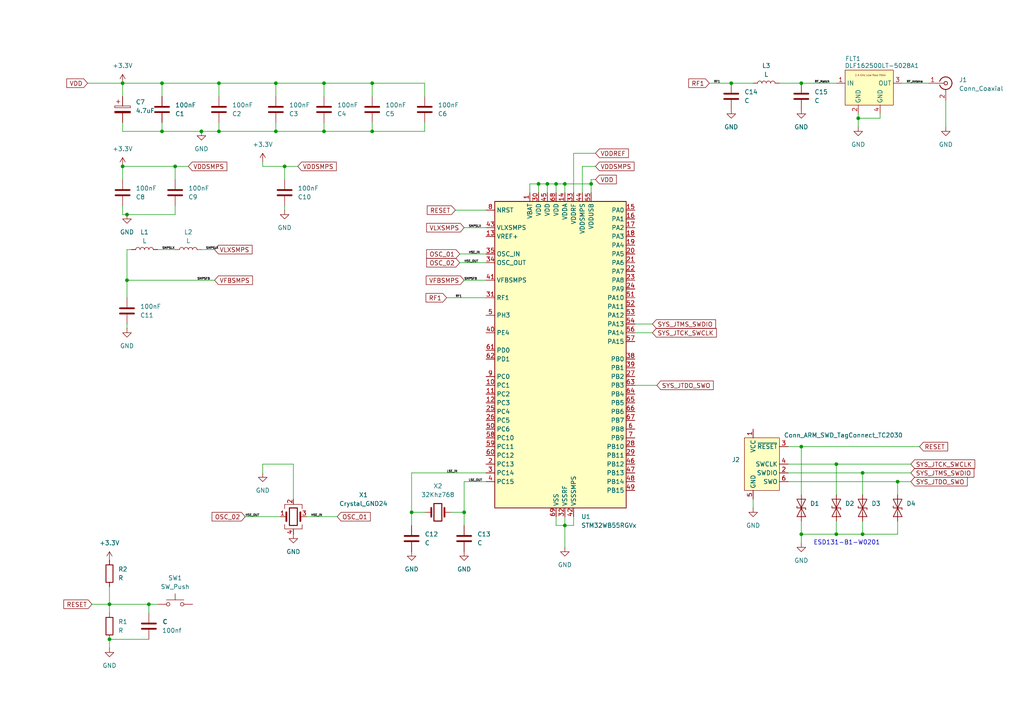
<source format=kicad_sch>
(kicad_sch (version 20231120) (generator "eeschema") (generator_version "8.0")
  (paper "A4")
  (title_block (title "myBLE") (date "2024-04-29") (company "Electronics Advices"))
  (lib_symbols
    (symbol "Connector:Conn_ARM_SWD_TagConnect_TC2030" (in_bom no)
      (property "Reference" "J" (at 2.54 11.43 0))
      (property "Value" "Conn_ARM_SWD_TagConnect_TC2030" (at 5.08 8.89 0))
      (symbol "Conn_ARM_SWD_TagConnect_TC2030_0_0"
        (pin power_in line (at -2.54 10.16 270) (length 2.54) (name "VCC") (number "1"))
        (pin bidirectional line (at 7.62 -2.54 180) (length 2.54) (name "SWDIO") (number "2"))
        (pin open_collector line (at 7.62 5.08 180) (length 2.54) (name "~{RESET}") (number "3"))
        (pin output line (at 7.62 0 180) (length 2.54) (name "SWCLK") (number "4"))
        (pin power_in line (at -2.54 -10.16 90) (length 2.54) (name "GND") (number "5"))
        (pin input line (at 7.62 -5.08 180) (length 2.54) (name "SWO") (number "6"))
      )
      (symbol "Conn_ARM_SWD_TagConnect_TC2030_0_1"
        (rectangle (start -5.08 7.62) (end 5.08 -7.62) (fill (type background)))
      )
    )
    (symbol "Connector:Conn_Coaxial" (pin_names (offset 1.016) hide)
      (property "Reference" "J" (at 0.254 3.048 0))
      (property "Value" "Conn_Coaxial" (at 2.921 0 90))
      (symbol "Conn_Coaxial_0_1"
        (arc (start -1.778 -0.508) (mid 0.2311 -1.8066) (end 1.778 0) (stroke (width 0.254)))
        (polyline (pts (xy -2.54 0) (xy -0.508 0)))
        (polyline (pts (xy 0 -2.54) (xy 0 -1.778)))
        (circle (center 0 0) (radius 0.508) (stroke (width 0.2032)))
        (arc (start 1.778 0) (mid 0.2099 1.8101) (end -1.778 0.508) (stroke (width 0.254)))
      )
      (symbol "Conn_Coaxial_1_1"
        (pin passive line (at -5.08 0 0) (length 2.54) (name "In") (number "1"))
        (pin passive line (at 0 -5.08 90) (length 2.54) (name "Ext") (number "2"))
      )
    )
    (symbol "Device:C" (pin_numbers hide) (pin_names (offset 0.254))
      (property "Reference" "C" (at 0.635 2.54 0))
      (property "Value" "C" (at 0.635 -2.54 0))
      (symbol "C_0_1"
        (polyline (pts (xy -2.032 -0.762) (xy 2.032 -0.762)) (stroke (width 0.508)))
        (polyline (pts (xy -2.032 0.762) (xy 2.032 0.762)) (stroke (width 0.508)))
      )
      (symbol "C_1_1"
        (pin passive line (at 0 3.81 270) (length 2.794) (name "~") (number "1"))
        (pin passive line (at 0 -3.81 90) (length 2.794) (name "~") (number "2"))
      )
    )
    (symbol "Device:C_Polarized" (pin_numbers hide) (pin_names (offset 0.254))
      (property "Reference" "C" (at 0.635 2.54 0))
      (property "Value" "C_Polarized" (at 0.635 -2.54 0))
      (symbol "C_Polarized_0_1"
        (rectangle (start -2.286 0.508) (end 2.286 1.016))
        (polyline (pts (xy -1.778 2.286) (xy -0.762 2.286)))
        (polyline (pts (xy -1.27 2.794) (xy -1.27 1.778)))
        (rectangle (start 2.286 -0.508) (end -2.286 -1.016) (fill (type outline)))
      )
      (symbol "C_Polarized_1_1"
        (pin passive line (at 0 3.81 270) (length 2.794) (name "~") (number "1"))
        (pin passive line (at 0 -3.81 90) (length 2.794) (name "~") (number "2"))
      )
    )
    (symbol "Device:Crystal" (pin_numbers hide) (pin_names (offset 1.016) hide)
      (property "Reference" "Y" (at 0 3.81 0))
      (property "Value" "Crystal" (at 0 -3.81 0))
      (symbol "Crystal_0_1"
        (rectangle (start -1.143 2.54) (end 1.143 -2.54) (stroke (width 0.3048)))
        (polyline (pts (xy -2.54 0) (xy -1.905 0)))
        (polyline (pts (xy -1.905 -1.27) (xy -1.905 1.27)) (stroke (width 0.508)))
        (polyline (pts (xy 1.905 -1.27) (xy 1.905 1.27)) (stroke (width 0.508)))
        (polyline (pts (xy 2.54 0) (xy 1.905 0)))
      )
      (symbol "Crystal_1_1"
        (pin passive line (at -3.81 0 0) (length 1.27) (name "1") (number "1"))
        (pin passive line (at 3.81 0 180) (length 1.27) (name "2") (number "2"))
      )
    )
    (symbol "Device:Crystal_GND24" (pin_names (offset 1.016) hide)
      (property "Reference" "Y" (at 3.175 5.08 0))
      (property "Value" "Crystal_GND24" (at 3.175 3.175 0))
      (symbol "Crystal_GND24_0_1"
        (rectangle (start -1.143 2.54) (end 1.143 -2.54) (stroke (width 0.3048)))
        (polyline (pts (xy -2.54 0) (xy -2.032 0)))
        (polyline (pts (xy -2.032 -1.27) (xy -2.032 1.27)) (stroke (width 0.508)))
        (polyline (pts (xy 0 -3.81) (xy 0 -3.556)))
        (polyline (pts (xy 0 3.556) (xy 0 3.81)))
        (polyline (pts (xy 2.032 -1.27) (xy 2.032 1.27)) (stroke (width 0.508)))
        (polyline (pts (xy 2.032 0) (xy 2.54 0)))
        (polyline (pts (xy -2.54 -2.286) (xy -2.54 -3.556) (xy 2.54 -3.556) (xy 2.54 -2.286)))
        (polyline (pts (xy -2.54 2.286) (xy -2.54 3.556) (xy 2.54 3.556) (xy 2.54 2.286)))
      )
      (symbol "Crystal_GND24_1_1"
        (pin passive line (at -3.81 0 0) (length 1.27) (name "1") (number "1"))
        (pin passive line (at 0 5.08 270) (length 1.27) (name "2") (number "2"))
        (pin passive line (at 3.81 0 180) (length 1.27) (name "3") (number "3"))
        (pin passive line (at 0 -5.08 90) (length 1.27) (name "4") (number "4"))
      )
    )
    (symbol "Device:L" (pin_numbers hide) (pin_names (offset 1.016) hide)
      (property "Reference" "L" (at -1.27 0 90))
      (property "Value" "L" (at 1.905 0 90))
      (symbol "L_0_1"
        (arc (start 0 -2.54) (mid 0.6323 -1.905) (end 0 -1.27))
        (arc (start 0 -1.27) (mid 0.6323 -0.635) (end 0 0))
        (arc (start 0 0) (mid 0.6323 0.635) (end 0 1.27))
        (arc (start 0 1.27) (mid 0.6323 1.905) (end 0 2.54))
      )
      (symbol "L_1_1"
        (pin passive line (at 0 3.81 270) (length 1.27) (name "1") (number "1"))
        (pin passive line (at 0 -3.81 90) (length 1.27) (name "2") (number "2"))
      )
    )
    (symbol "Device:R" (pin_numbers hide) (pin_names (offset 0))
      (property "Reference" "R" (at 2.032 0 90))
      (property "Value" "R" (at 0 0 90))
      (symbol "R_0_1"
        (rectangle (start -1.016 -2.54) (end 1.016 2.54) (stroke (width 0.254)))
      )
      (symbol "R_1_1"
        (pin passive line (at 0 3.81 270) (length 1.27) (name "~") (number "1"))
        (pin passive line (at 0 -3.81 90) (length 1.27) (name "~") (number "2"))
      )
    )
    (symbol "Diode:ESD131-B1-W0201" (pin_numbers hide) (pin_names (offset 1.016) hide)
      (property "Reference" "D" (at 0 2.54 0))
      (property "Value" "ESD131-B1-W0201" (at 0 -2.54 0))
      (symbol "ESD131-B1-W0201_0_1"
        (polyline (pts (xy 1.27 0) (xy -1.27 0)))
        (polyline (pts (xy -2.54 -1.27) (xy 0 0) (xy -2.54 1.27) (xy -2.54 -1.27)) (stroke (width 0.2032)))
        (polyline (pts (xy 0.508 1.27) (xy 0 1.27) (xy 0 -1.27) (xy -0.508 -1.27)) (stroke (width 0.2032)))
        (polyline (pts (xy 2.54 1.27) (xy 2.54 -1.27) (xy 0 0) (xy 2.54 1.27)) (stroke (width 0.2032)))
      )
      (symbol "ESD131-B1-W0201_1_1"
        (pin passive line (at -3.81 0 0) (length 2.54) (name "A1") (number "1"))
        (pin passive line (at 3.81 0 180) (length 2.54) (name "A2") (number "2"))
      )
    )
    (symbol "MCU_ST_STM32WB:STM32WB55RGVx"
      (property "Reference" "U" (at -17.78 46.99 0))
      (property "Value" "STM32WB55RGVx" (at 12.7 46.99 0))
      (symbol "STM32WB55RGVx_0_1"
        (rectangle (start -17.78 -43.18) (end 20.32 45.72) (stroke (width 0.254)) (fill (type background)))
      )
      (symbol "STM32WB55RGVx_1_1"
        (pin power_in line (at -7.62 48.26 270) (length 2.54) (name "VBAT") (number "1"))
        (pin bidirectional line (at -20.32 -7.62 0) (length 2.54) (name "PC1") (number "10"))
        (pin bidirectional line (at -20.32 -10.16 0) (length 2.54) (name "PC2") (number "11"))
        (pin bidirectional line (at -20.32 -12.7 0) (length 2.54) (name "PC3") (number "12"))
        (pin input line (at -20.32 35.56 0) (length 2.54) (name "VREF+") (number "13"))
        (pin power_in line (at 2.54 48.26 270) (length 2.54) (name "VDDA") (number "14"))
        (pin bidirectional line (at 22.86 43.18 180) (length 2.54) (name "PA0") (number "15"))
        (pin bidirectional line (at 22.86 40.64 180) (length 2.54) (name "PA1") (number "16"))
        (pin bidirectional line (at 22.86 38.1 180) (length 2.54) (name "PA2") (number "17"))
        (pin bidirectional line (at 22.86 35.56 180) (length 2.54) (name "PA3") (number "18"))
        (pin bidirectional line (at 22.86 33.02 180) (length 2.54) (name "PA4") (number "19"))
        (pin bidirectional line (at -20.32 -30.48 0) (length 2.54) (name "PC13") (number "2"))
        (pin bidirectional line (at 22.86 30.48 180) (length 2.54) (name "PA5") (number "20"))
        (pin bidirectional line (at 22.86 27.94 180) (length 2.54) (name "PA6") (number "21"))
        (pin bidirectional line (at 22.86 25.4 180) (length 2.54) (name "PA7") (number "22"))
        (pin bidirectional line (at 22.86 22.86 180) (length 2.54) (name "PA8") (number "23"))
        (pin bidirectional line (at 22.86 20.32 180) (length 2.54) (name "PA9") (number "24"))
        (pin bidirectional line (at -20.32 -15.24 0) (length 2.54) (name "PC4") (number "25"))
        (pin bidirectional line (at -20.32 -17.78 0) (length 2.54) (name "PC5") (number "26"))
        (pin bidirectional line (at 22.86 -5.08 180) (length 2.54) (name "PB2") (number "27"))
        (pin bidirectional line (at 22.86 -25.4 180) (length 2.54) (name "PB10") (number "28"))
        (pin bidirectional line (at 22.86 -27.94 180) (length 2.54) (name "PB11") (number "29"))
        (pin bidirectional line (at -20.32 -33.02 0) (length 2.54) (name "PC14") (number "3"))
        (pin power_in line (at -5.08 48.26 270) (length 2.54) (name "VDD") (number "30"))
        (pin bidirectional line (at -20.32 17.78 0) (length 2.54) (name "RF1") (number "31"))
        (pin power_in line (at 2.54 -45.72 90) (length 2.54) (name "VSSRF") (number "32"))
        (pin power_in line (at 5.08 48.26 270) (length 2.54) (name "VDDRF") (number "33"))
        (pin input line (at -20.32 27.94 0) (length 2.54) (name "OSC_OUT") (number "34"))
        (pin input line (at -20.32 30.48 0) (length 2.54) (name "OSC_IN") (number "35"))
        (pin no_connect line (at -17.78 -43.18 0) (length 2.54) hide (name "AT0") (number "36"))
        (pin no_connect line (at -17.78 -40.64 0) (length 2.54) hide (name "AT1") (number "37"))
        (pin bidirectional line (at 22.86 0 180) (length 2.54) (name "PB0") (number "38"))
        (pin bidirectional line (at 22.86 -2.54 180) (length 2.54) (name "PB1") (number "39"))
        (pin bidirectional line (at -20.32 -35.56 0) (length 2.54) (name "PC15") (number "4"))
        (pin bidirectional line (at -20.32 7.62 0) (length 2.54) (name "PE4") (number "40"))
        (pin input line (at -20.32 22.86 0) (length 2.54) (name "VFBSMPS") (number "41"))
        (pin power_in line (at 5.08 -45.72 90) (length 2.54) (name "VSSSMPS") (number "42"))
        (pin power_in line (at -20.32 38.1 0) (length 2.54) (name "VLXSMPS") (number "43"))
        (pin power_in line (at 7.62 48.26 270) (length 2.54) (name "VDDSMPS") (number "44"))
        (pin power_in line (at -2.54 48.26 270) (length 2.54) (name "VDD") (number "45"))
        (pin bidirectional line (at 22.86 -30.48 180) (length 2.54) (name "PB12") (number "46"))
        (pin bidirectional line (at 22.86 -33.02 180) (length 2.54) (name "PB13") (number "47"))
        (pin bidirectional line (at 22.86 -35.56 180) (length 2.54) (name "PB14") (number "48"))
        (pin bidirectional line (at 22.86 -38.1 180) (length 2.54) (name "PB15") (number "49"))
        (pin bidirectional line (at -20.32 12.7 0) (length 2.54) (name "PH3") (number "5"))
        (pin bidirectional line (at -20.32 -20.32 0) (length 2.54) (name "PC6") (number "50"))
        (pin bidirectional line (at 22.86 17.78 180) (length 2.54) (name "PA10") (number "51"))
        (pin bidirectional line (at 22.86 15.24 180) (length 2.54) (name "PA11") (number "52"))
        (pin bidirectional line (at 22.86 12.7 180) (length 2.54) (name "PA12") (number "53"))
        (pin bidirectional line (at 22.86 10.16 180) (length 2.54) (name "PA13") (number "54"))
        (pin power_in line (at 10.16 48.26 270) (length 2.54) (name "VDDUSB") (number "55"))
        (pin bidirectional line (at 22.86 7.62 180) (length 2.54) (name "PA14") (number "56"))
        (pin bidirectional line (at 22.86 5.08 180) (length 2.54) (name "PA15") (number "57"))
        (pin bidirectional line (at -20.32 -22.86 0) (length 2.54) (name "PC10") (number "58"))
        (pin bidirectional line (at -20.32 -25.4 0) (length 2.54) (name "PC11") (number "59"))
        (pin bidirectional line (at 22.86 -20.32 180) (length 2.54) (name "PB8") (number "6"))
        (pin bidirectional line (at -20.32 -27.94 0) (length 2.54) (name "PC12") (number "60"))
        (pin bidirectional line (at -20.32 2.54 0) (length 2.54) (name "PD0") (number "61"))
        (pin bidirectional line (at -20.32 0 0) (length 2.54) (name "PD1") (number "62"))
        (pin bidirectional line (at 22.86 -7.62 180) (length 2.54) (name "PB3") (number "63"))
        (pin bidirectional line (at 22.86 -10.16 180) (length 2.54) (name "PB4") (number "64"))
        (pin bidirectional line (at 22.86 -12.7 180) (length 2.54) (name "PB5") (number "65"))
        (pin bidirectional line (at 22.86 -15.24 180) (length 2.54) (name "PB6") (number "66"))
        (pin bidirectional line (at 22.86 -17.78 180) (length 2.54) (name "PB7") (number "67"))
        (pin power_in line (at 0 48.26 270) (length 2.54) (name "VDD") (number "68"))
        (pin power_in line (at 0 -45.72 90) (length 2.54) (name "VSS") (number "69"))
        (pin bidirectional line (at 22.86 -22.86 180) (length 2.54) (name "PB9") (number "7"))
        (pin input line (at -20.32 43.18 0) (length 2.54) (name "NRST") (number "8"))
        (pin bidirectional line (at -20.32 -5.08 0) (length 2.54) (name "PC0") (number "9"))
      )
    )
    (symbol "Switch:SW_Push" (pin_numbers hide) (pin_names (offset 1.016) hide)
      (property "Reference" "SW" (at 1.27 2.54 0))
      (property "Value" "SW_Push" (at 0 -1.524 0))
      (symbol "SW_Push_0_1"
        (circle (center -2.032 0) (radius 0.508))
        (polyline (pts (xy 0 1.27) (xy 0 3.048)))
        (polyline (pts (xy 2.54 1.27) (xy -2.54 1.27)))
        (circle (center 2.032 0) (radius 0.508))
        (pin passive line (at -5.08 0 0) (length 2.54) (name "1") (number "1"))
        (pin passive line (at 5.08 0 180) (length 2.54) (name "2") (number "2"))
      )
    )
    (symbol "mylib:DLF162500LT-5028A1"
      (property "Reference" "FLT" (at -15.24 16.51 0))
      (property "Value" "DLF162500LT-5028A1" (at 6.604 3.048 0))
      (symbol "DLF162500LT-5028A1_0_1"
        (rectangle (start -16.51 15.24) (end -2.54 5.08) (fill (type background)))
      )
      (symbol "DLF162500LT-5028A1_1_0"
        (pin passive line (at -19.05 11.43 0) (length 2.54) (name "IN") (number "1"))
        (pin passive line (at -12.7 2.54 90) (length 2.54) (name "GND") (number "2"))
        (pin passive line (at 0 11.43 180) (length 2.54) (name "OUT") (number "3"))
        (pin passive line (at -6.35 2.54 90) (length 2.54) (name "GND") (number "4"))
      )
      (symbol "DLF162500LT-5028A1_1_1"
        (text "2.4 Ghz Low Pass Filter" (at -9.144 13.716 0) (effects (font (size 0.5588 0.5588))))
      )
    )
    (symbol "power:+3.3V" (power) (pin_numbers hide) (pin_names (offset 0) hide)
      (property "Value" "+3.3V" (at 0 3.556 0))
      (symbol "+3.3V_0_1"
        (polyline (pts (xy -0.762 1.27) (xy 0 2.54)))
        (polyline (pts (xy 0 0) (xy 0 2.54)))
        (polyline (pts (xy 0 2.54) (xy 0.762 1.27)))
      )
      (symbol "+3.3V_1_1"
        (pin power_in line (at 0 0 90) (length 0) (name "~") (number "1"))
      )
    )
    (symbol "power:GND" (power) (pin_numbers hide) (pin_names (offset 0) hide)
      (property "Value" "GND" (at 0 -3.81 0))
      (symbol "GND_0_1"
        (polyline (pts (xy 0 0) (xy 0 -1.27) (xy 1.27 -1.27) (xy 0 -2.54) (xy -1.27 -1.27) (xy 0 -1.27)))
      )
      (symbol "GND_1_1"
        (pin power_in line (at 0 0 270) (length 0) (name "~") (number "1"))
      )
    )
  )
  (junction (at 232.41 129.54))
  (junction (at 232.41 24.13))
  (junction (at 82.55 48.26))
  (junction (at 242.57 154.94))
  (junction (at 134.62 148.59))
  (junction (at 242.57 134.62))
  (junction (at 232.41 154.94))
  (junction (at 250.19 154.94))
  (junction (at 31.75 185.42))
  (junction (at 80.01 24.13))
  (junction (at 63.5 38.1))
  (junction (at 107.95 24.13))
  (junction (at 171.45 53.34))
  (junction (at 158.75 53.34))
  (junction (at 35.56 24.13))
  (junction (at 31.75 175.26))
  (junction (at 36.83 62.23))
  (junction (at 50.8 48.26))
  (junction (at 93.98 38.1))
  (junction (at 43.18 175.26))
  (junction (at 248.92 34.29))
  (junction (at 163.83 53.34))
  (junction (at 58.42 38.1))
  (junction (at 212.09 24.13))
  (junction (at 156.21 53.34))
  (junction (at 35.56 48.26))
  (junction (at 250.19 137.16))
  (junction (at 46.99 38.1))
  (junction (at 107.95 38.1))
  (junction (at 46.99 24.13))
  (junction (at 93.98 24.13))
  (junction (at 119.38 148.59))
  (junction (at 163.83 152.4))
  (junction (at 260.35 139.7))
  (junction (at 161.29 53.34))
  (junction (at 36.83 81.28))
  (junction (at 80.01 38.1))
  (junction (at 63.5 24.13))
  (wire (pts (xy 50.8 48.26) (xy 35.56 48.26)))
  (wire (pts (xy 80.01 27.94) (xy 80.01 24.13)))
  (wire (pts (xy 163.83 152.4) (xy 161.29 152.4)))
  (wire (pts (xy 184.15 96.52) (xy 189.23 96.52)))
  (wire (pts (xy 36.83 81.28) (xy 62.23 81.28)))
  (wire (pts (xy 123.19 27.94) (xy 123.19 24.13)))
  (wire (pts (xy 228.6 134.62) (xy 242.57 134.62)))
  (wire (pts (xy 226.06 24.13) (xy 232.41 24.13)))
  (wire (pts (xy 255.27 34.29) (xy 248.92 34.29)))
  (wire (pts (xy 46.99 35.56) (xy 46.99 38.1)))
  (wire (pts (xy 36.83 93.98) (xy 36.83 95.25)))
  (wire (pts (xy 250.19 151.13) (xy 250.19 154.94)))
  (wire (pts (xy 63.5 24.13) (xy 63.5 27.94)))
  (wire (pts (xy 76.2 134.62) (xy 76.2 137.16)))
  (wire (pts (xy 248.92 36.83) (xy 248.92 34.29)))
  (wire (pts (xy 134.62 66.04) (xy 140.97 66.04)))
  (wire (pts (xy 119.38 148.59) (xy 119.38 152.4)))
  (wire (pts (xy 50.8 48.26) (xy 50.8 52.07)))
  (wire (pts (xy 172.72 48.26) (xy 168.91 48.26)))
  (wire (pts (xy 250.19 137.16) (xy 264.16 137.16)))
  (wire (pts (xy 242.57 151.13) (xy 242.57 154.94)))
  (wire (pts (xy 218.44 147.32) (xy 218.44 144.78)))
  (wire (pts (xy 184.15 111.76) (xy 190.5 111.76)))
  (wire (pts (xy 168.91 48.26) (xy 168.91 55.88)))
  (wire (pts (xy 161.29 53.34) (xy 161.29 55.88)))
  (wire (pts (xy 133.35 76.2) (xy 140.97 76.2)))
  (wire (pts (xy 161.29 53.34) (xy 158.75 53.34)))
  (wire (pts (xy 93.98 27.94) (xy 93.98 24.13)))
  (wire (pts (xy 156.21 53.34) (xy 153.67 53.34)))
  (wire (pts (xy 107.95 24.13) (xy 107.95 27.94)))
  (wire (pts (xy 80.01 24.13) (xy 93.98 24.13)))
  (wire (pts (xy 163.83 149.86) (xy 163.83 152.4)))
  (wire (pts (xy 36.83 81.28) (xy 36.83 86.36)))
  (wire (pts (xy 172.72 44.45) (xy 166.37 44.45)))
  (wire (pts (xy 85.09 144.78) (xy 85.09 134.62)))
  (wire (pts (xy 80.01 38.1) (xy 63.5 38.1)))
  (wire (pts (xy 260.35 139.7) (xy 260.35 143.51)))
  (wire (pts (xy 85.09 134.62) (xy 76.2 134.62)))
  (wire (pts (xy 107.95 24.13) (xy 123.19 24.13)))
  (wire (pts (xy 50.8 59.69) (xy 50.8 62.23)))
  (wire (pts (xy 63.5 38.1) (xy 63.5 35.56)))
  (wire (pts (xy 46.99 38.1) (xy 58.42 38.1)))
  (wire (pts (xy 35.56 38.1) (xy 46.99 38.1)))
  (wire (pts (xy 161.29 53.34) (xy 163.83 53.34)))
  (wire (pts (xy 140.97 139.7) (xy 134.62 139.7)))
  (wire (pts (xy 50.8 48.26) (xy 54.61 48.26)))
  (wire (pts (xy 171.45 53.34) (xy 163.83 53.34)))
  (wire (pts (xy 93.98 38.1) (xy 80.01 38.1)))
  (wire (pts (xy 58.42 72.39) (xy 62.23 72.39)))
  (wire (pts (xy 31.75 175.26) (xy 31.75 170.18)))
  (wire (pts (xy 232.41 129.54) (xy 266.7 129.54)))
  (wire (pts (xy 260.35 151.13) (xy 260.35 154.94)))
  (wire (pts (xy 255.27 33.02) (xy 255.27 34.29)))
  (wire (pts (xy 82.55 59.69) (xy 82.55 60.96)))
  (wire (pts (xy 250.19 137.16) (xy 250.19 143.51)))
  (wire (pts (xy 212.09 24.13) (xy 218.44 24.13)))
  (wire (pts (xy 156.21 53.34) (xy 156.21 55.88)))
  (wire (pts (xy 232.41 129.54) (xy 232.41 143.51)))
  (wire (pts (xy 261.62 24.13) (xy 269.24 24.13)))
  (wire (pts (xy 31.75 175.26) (xy 43.18 175.26)))
  (wire (pts (xy 26.67 175.26) (xy 31.75 175.26)))
  (wire (pts (xy 166.37 149.86) (xy 166.37 152.4)))
  (wire (pts (xy 45.72 72.39) (xy 50.8 72.39)))
  (wire (pts (xy 158.75 53.34) (xy 156.21 53.34)))
  (wire (pts (xy 242.57 134.62) (xy 242.57 143.51)))
  (wire (pts (xy 166.37 152.4) (xy 163.83 152.4)))
  (wire (pts (xy 153.67 53.34) (xy 153.67 55.88)))
  (wire (pts (xy 242.57 154.94) (xy 232.41 154.94)))
  (wire (pts (xy 161.29 152.4) (xy 161.29 149.86)))
  (wire (pts (xy 171.45 52.07) (xy 171.45 53.34)))
  (wire (pts (xy 93.98 24.13) (xy 107.95 24.13)))
  (wire (pts (xy 80.01 35.56) (xy 80.01 38.1)))
  (wire (pts (xy 35.56 24.13) (xy 35.56 27.94)))
  (wire (pts (xy 158.75 53.34) (xy 158.75 55.88)))
  (wire (pts (xy 260.35 154.94) (xy 250.19 154.94)))
  (wire (pts (xy 46.99 24.13) (xy 46.99 27.94)))
  (wire (pts (xy 71.12 149.86) (xy 81.28 149.86)))
  (wire (pts (xy 232.41 154.94) (xy 232.41 157.48)))
  (wire (pts (xy 172.72 52.07) (xy 171.45 52.07)))
  (wire (pts (xy 132.08 60.96) (xy 140.97 60.96)))
  (wire (pts (xy 140.97 137.16) (xy 119.38 137.16)))
  (wire (pts (xy 93.98 35.56) (xy 93.98 38.1)))
  (wire (pts (xy 184.15 93.98) (xy 189.23 93.98)))
  (wire (pts (xy 31.75 175.26) (xy 31.75 177.8)))
  (wire (pts (xy 88.9 149.86) (xy 97.79 149.86)))
  (wire (pts (xy 130.81 148.59) (xy 134.62 148.59)))
  (wire (pts (xy 274.32 36.83) (xy 274.32 29.21)))
  (wire (pts (xy 242.57 134.62) (xy 264.16 134.62)))
  (wire (pts (xy 63.5 24.13) (xy 80.01 24.13)))
  (wire (pts (xy 260.35 139.7) (xy 264.16 139.7)))
  (wire (pts (xy 35.56 48.26) (xy 35.56 52.07)))
  (wire (pts (xy 25.4 24.13) (xy 35.56 24.13)))
  (wire (pts (xy 107.95 35.56) (xy 107.95 38.1)))
  (wire (pts (xy 248.92 34.29) (xy 248.92 33.02)))
  (wire (pts (xy 45.72 175.26) (xy 43.18 175.26)))
  (wire (pts (xy 50.8 62.23) (xy 36.83 62.23)))
  (wire (pts (xy 35.56 35.56) (xy 35.56 38.1)))
  (wire (pts (xy 38.1 72.39) (xy 36.83 72.39)))
  (wire (pts (xy 31.75 185.42) (xy 43.18 185.42)))
  (wire (pts (xy 36.83 62.23) (xy 35.56 62.23)))
  (wire (pts (xy 82.55 48.26) (xy 82.55 52.07)))
  (wire (pts (xy 123.19 38.1) (xy 107.95 38.1)))
  (wire (pts (xy 163.83 152.4) (xy 163.83 158.75)))
  (wire (pts (xy 58.42 38.1) (xy 63.5 38.1)))
  (wire (pts (xy 107.95 38.1) (xy 93.98 38.1)))
  (wire (pts (xy 232.41 24.13) (xy 242.57 24.13)))
  (wire (pts (xy 228.6 137.16) (xy 250.19 137.16)))
  (wire (pts (xy 134.62 81.28) (xy 140.97 81.28)))
  (wire (pts (xy 129.54 86.36) (xy 140.97 86.36)))
  (wire (pts (xy 63.5 24.13) (xy 46.99 24.13)))
  (wire (pts (xy 36.83 72.39) (xy 36.83 81.28)))
  (wire (pts (xy 82.55 48.26) (xy 86.36 48.26)))
  (wire (pts (xy 82.55 48.26) (xy 76.2 48.26)))
  (wire (pts (xy 163.83 53.34) (xy 163.83 55.88)))
  (wire (pts (xy 171.45 53.34) (xy 171.45 55.88)))
  (wire (pts (xy 133.35 73.66) (xy 140.97 73.66)))
  (wire (pts (xy 232.41 151.13) (xy 232.41 154.94)))
  (wire (pts (xy 205.74 24.13) (xy 212.09 24.13)))
  (wire (pts (xy 31.75 185.42) (xy 31.75 187.96)))
  (wire (pts (xy 35.56 24.13) (xy 46.99 24.13)))
  (wire (pts (xy 228.6 139.7) (xy 260.35 139.7)))
  (wire (pts (xy 250.19 154.94) (xy 242.57 154.94)))
  (wire (pts (xy 166.37 44.45) (xy 166.37 55.88)))
  (wire (pts (xy 119.38 148.59) (xy 123.19 148.59)))
  (wire (pts (xy 123.19 35.56) (xy 123.19 38.1)))
  (wire (pts (xy 43.18 175.26) (xy 43.18 177.8)))
  (wire (pts (xy 35.56 59.69) (xy 35.56 62.23)))
  (wire (pts (xy 228.6 129.54) (xy 232.41 129.54)))
  (wire (pts (xy 76.2 48.26) (xy 76.2 46.99)))
  (wire (pts (xy 119.38 137.16) (xy 119.38 148.59)))
  (wire (pts (xy 134.62 148.59) (xy 134.62 152.4)))
  (wire (pts (xy 134.62 139.7) (xy 134.62 148.59)))
  (text "ESD131-B1-W0201" (at 245.618 157.48 0) (effects (font (size 1.27 1.27))))
  (label "RF_Match" (at 236.22 24.13 0) (effects (font (size 0.608 0.608))))
  (label "HSE_IN" (at 135.89 73.66 0) (effects (font (size 0.608 0.608))))
  (label "HSE_IN" (at 90.17 149.86 0) (effects (font (size 0.608 0.608))))
  (label "SMPSLX" (at 59.69 72.39 0) (effects (font (size 0.608 0.608))))
  (label "SMPSFB" (at 134.62 81.28 0) (effects (font (size 0.608 0.608))))
  (label "RF1" (at 207.01 24.13 0) (effects (font (size 0.608 0.608))))
  (label "HSE_OUT" (at 71.12 149.86 0) (effects (font (size 0.608 0.608))))
  (label "RF_Antena" (at 262.89 24.13 0) (effects (font (size 0.608 0.608))))
  (label "SMPSLX" (at 46.99 72.39 0) (effects (font (size 0.608 0.608))))
  (label "HSE_OUT" (at 134.62 76.2 0) (effects (font (size 0.608 0.608))))
  (label "SMPSLX" (at 135.89 66.04 0) (effects (font (size 0.608 0.608))))
  (label "LSE_IN" (at 129.54 137.16 0) (effects (font (size 0.608 0.608))))
  (label "SMPSFB" (at 60.96 81.28 180) (effects (font (size 0.608 0.608))))
  (label "LSE_OUT" (at 135.89 139.7 0) (effects (font (size 0.608 0.608))))
  (label "RF1" (at 132.08 86.36 0) (effects (font (size 0.608 0.608))))
  (global_label "SYS_JTDO_SWO" (shape input) (at 190.5 111.76 0) (property "Intersheetrefs" "${INTERSHEET_REFS}" (effects (hide yes))))
  (global_label "VFBSMPS" (shape input) (at 134.62 81.28 180) (property "Intersheetrefs" "${INTERSHEET_REFS}" (effects (hide yes))))
  (global_label "RESET" (shape input) (at 26.67 175.26 180) (property "Intersheetrefs" "${INTERSHEET_REFS}" (effects (hide yes))))
  (global_label "RESET" (shape input) (at 266.7 129.54 0) (property "Intersheetrefs" "${INTERSHEET_REFS}" (effects (hide yes))))
  (global_label "SYS_JTMS_SWDIO" (shape input) (at 189.23 93.98 0) (property "Intersheetrefs" "${INTERSHEET_REFS}" (effects (hide yes))))
  (global_label "SYS_JTDO_SWO" (shape input) (at 264.16 139.7 0) (property "Intersheetrefs" "${INTERSHEET_REFS}" (effects (hide yes))))
  (global_label "VLXSMPS" (shape input) (at 62.23 72.39 0) (property "Intersheetrefs" "${INTERSHEET_REFS}" (effects (hide yes))))
  (global_label "OSC_01" (shape input) (at 133.35 73.66 180) (property "Intersheetrefs" "${INTERSHEET_REFS}" (effects (hide yes))))
  (global_label "VDDSMPS" (shape input) (at 54.61 48.26 0) (property "Intersheetrefs" "${INTERSHEET_REFS}" (effects (hide yes))))
  (global_label "VDD" (shape input) (at 25.4 24.13 180) (property "Intersheetrefs" "${INTERSHEET_REFS}" (effects (hide yes))))
  (global_label "VLXSMPS" (shape input) (at 134.62 66.04 180) (property "Intersheetrefs" "${INTERSHEET_REFS}" (effects (hide yes))))
  (global_label "VFBSMPS" (shape input) (at 62.23 81.28 0) (property "Intersheetrefs" "${INTERSHEET_REFS}" (effects (hide yes))))
  (global_label "RF1" (shape input) (at 129.54 86.36 180) (property "Intersheetrefs" "${INTERSHEET_REFS}" (effects (hide yes))))
  (global_label "SYS_JTCK_SWCLK" (shape input) (at 264.16 134.62 0) (property "Intersheetrefs" "${INTERSHEET_REFS}" (effects (hide yes))))
  (global_label "VDD" (shape input) (at 172.72 52.07 0) (property "Intersheetrefs" "${INTERSHEET_REFS}" (effects (hide yes))))
  (global_label "VDDSMPS" (shape input) (at 86.36 48.26 0) (property "Intersheetrefs" "${INTERSHEET_REFS}" (effects (hide yes))))
  (global_label "VDDREF" (shape input) (at 172.72 44.45 0) (property "Intersheetrefs" "${INTERSHEET_REFS}" (effects (hide yes))))
  (global_label "RESET" (shape input) (at 132.08 60.96 180) (property "Intersheetrefs" "${INTERSHEET_REFS}" (effects (hide yes))))
  (global_label "SYS_JTCK_SWCLK" (shape input) (at 189.23 96.52 0) (property "Intersheetrefs" "${INTERSHEET_REFS}" (effects (hide yes))))
  (global_label "VDDSMPS" (shape input) (at 172.72 48.26 0) (property "Intersheetrefs" "${INTERSHEET_REFS}" (effects (hide yes))))
  (global_label "RF1" (shape input) (at 205.74 24.13 180) (property "Intersheetrefs" "${INTERSHEET_REFS}" (effects (hide yes))))
  (global_label "OSC_01" (shape input) (at 97.79 149.86 0) (property "Intersheetrefs" "${INTERSHEET_REFS}" (effects (hide yes))))
  (global_label "SYS_JTMS_SWDIO" (shape input) (at 264.16 137.16 0) (property "Intersheetrefs" "${INTERSHEET_REFS}" (effects (hide yes))))
  (global_label "OSC_02" (shape input) (at 133.35 76.2 180) (property "Intersheetrefs" "${INTERSHEET_REFS}" (effects (hide yes))))
  (global_label "OSC_02" (shape input) (at 71.12 149.86 180) (property "Intersheetrefs" "${INTERSHEET_REFS}" (effects (hide yes))))
  (symbol (lib_id "power:GND") (at 163.83 158.75 0) (unit 1)
    (property "Reference" "#PWR03" (effects (hide yes)))
    (property "Value" "GND" (at 163.83 163.83 0))
    (property "Description" "Power symbol creates a global label with name \"GND\" , ground" (effects (hide yes)))
  )
  (symbol (lib_id "Device:C") (at 82.55 55.88 0) (mirror x) (unit 1)
    (property "Reference" "C10" (at 86.36 57.1501 0) (effects (justify left)))
    (property "Value" "100nF" (at 86.36 54.6101 0) (effects (justify left)))
    (property "Description" "Unpolarized capacitor" (effects (hide yes)))
  )
  (symbol (lib_id "Device:C") (at 119.38 156.21 0) (unit 1)
    (property "Reference" "C12" (at 123.19 154.9399 0) (effects (justify left)))
    (property "Value" "C" (at 123.19 157.4799 0) (effects (justify left)))
    (property "Description" "Unpolarized capacitor" (effects (hide yes)))
  )
  (symbol (lib_id "Device:C") (at 107.95 31.75 0) (mirror x) (unit 1)
    (property "Reference" "C5" (at 111.76 33.0201 0) (effects (justify left)))
    (property "Value" "100nF" (at 111.76 30.4801 0) (effects (justify left)))
    (property "Description" "Unpolarized capacitor" (effects (hide yes)))
  )
  (symbol (lib_id "power:+3.3V") (at 35.56 24.13 0) (unit 1)
    (property "Reference" "#PWR05" (effects (hide yes)))
    (property "Value" "+3.3V" (at 35.56 19.05 0))
    (property "Description" "Power symbol creates a global label with name \"+3.3V\"" (effects (hide yes)))
  )
  (symbol (lib_id "Device:Crystal_GND24") (at 85.09 149.86 0) (unit 1)
    (property "Reference" "X1" (at 105.41 143.5414 0))
    (property "Value" "Crystal_GND24" (at 105.41 146.0814 0))
    (property "Description" "Four pin crystal, GND on pins 2 and 4" (effects (hide yes)))
  )
  (symbol (lib_id "power:GND") (at 274.32 36.83 0) (unit 1)
    (property "Reference" "#PWR018" (effects (hide yes)))
    (property "Value" "GND" (at 274.32 41.91 0))
    (property "Description" "Power symbol creates a global label with name \"GND\" , ground" (effects (hide yes)))
  )
  (symbol (lib_id "power:GND") (at 232.41 31.75 0) (unit 1)
    (property "Reference" "#PWR016" (effects (hide yes)))
    (property "Value" "GND" (at 232.41 36.83 0))
    (property "Description" "Power symbol creates a global label with name \"GND\" , ground" (effects (hide yes)))
  )
  (symbol (lib_id "Device:C") (at 123.19 31.75 0) (mirror x) (unit 1)
    (property "Reference" "C6" (at 127 33.0201 0) (effects (justify left)))
    (property "Value" "100nF" (at 127 30.4801 0) (effects (justify left)))
    (property "Description" "Unpolarized capacitor" (effects (hide yes)))
  )
  (symbol (lib_id "Device:L") (at 54.61 72.39 90) (unit 1)
    (property "Reference" "L2" (at 54.61 67.31 90))
    (property "Value" "L" (at 54.61 69.85 90))
    (property "Description" "Inductor" (effects (hide yes)))
  )
  (symbol (lib_id "Device:C") (at 93.98 31.75 0) (mirror x) (unit 1)
    (property "Reference" "C4" (at 97.79 33.0201 0) (effects (justify left)))
    (property "Value" "100nF" (at 97.79 30.4801 0) (effects (justify left)))
    (property "Description" "Unpolarized capacitor" (effects (hide yes)))
  )
  (symbol (lib_id "Device:L") (at 222.25 24.13 90) (unit 1)
    (property "Reference" "L3" (at 222.25 19.05 90))
    (property "Value" "L" (at 222.25 21.59 90))
    (property "Description" "Inductor" (effects (hide yes)))
  )
  (symbol (lib_id "Device:C") (at 80.01 31.75 0) (mirror x) (unit 1)
    (property "Reference" "C3" (at 83.82 33.0201 0) (effects (justify left)))
    (property "Value" "100nF" (at 83.82 30.4801 0) (effects (justify left)))
    (property "Description" "Unpolarized capacitor" (effects (hide yes)))
  )
  (symbol (lib_id "power:+3.3V") (at 35.56 48.26 0) (unit 1)
    (property "Reference" "#PWR07" (effects (hide yes)))
    (property "Value" "+3.3V" (at 35.56 43.18 0))
    (property "Description" "Power symbol creates a global label with name \"+3.3V\"" (effects (hide yes)))
  )
  (symbol (lib_id "power:GND") (at 76.2 137.16 0) (unit 1)
    (property "Reference" "#PWR014" (effects (hide yes)))
    (property "Value" "GND" (at 76.2 142.24 0))
    (property "Description" "Power symbol creates a global label with name \"GND\" , ground" (effects (hide yes)))
  )
  (symbol (lib_id "Device:L") (at 41.91 72.39 90) (unit 1)
    (property "Reference" "L1" (at 41.91 67.31 90))
    (property "Value" "L" (at 41.91 69.85 90))
    (property "Description" "Inductor" (effects (hide yes)))
  )
  (symbol (lib_id "Device:R") (at 31.75 181.61 0) (unit 1)
    (property "Reference" "R1" (at 34.29 180.3399 0) (effects (justify left)))
    (property "Value" "R" (at 34.29 182.8799 0) (effects (justify left)))
    (property "Description" "Resistor" (effects (hide yes)))
  )
  (symbol (lib_id "power:+3.3V") (at 76.2 46.99 0) (unit 1)
    (property "Reference" "#PWR08" (effects (hide yes)))
    (property "Value" "+3.3V" (at 76.2 41.91 0))
    (property "Description" "Power symbol creates a global label with name \"+3.3V\"" (effects (hide yes)))
  )
  (symbol (lib_id "Device:C") (at 63.5 31.75 0) (mirror x) (unit 1)
    (property "Reference" "C2" (at 67.31 33.0201 0) (effects (justify left)))
    (property "Value" "100nF" (at 67.31 30.4801 0) (effects (justify left)))
    (property "Description" "Unpolarized capacitor" (effects (hide yes)))
  )
  (symbol (lib_id "power:GND") (at 232.41 157.48 0) (unit 1)
    (property "Reference" "#PWR020" (effects (hide yes)))
    (property "Value" "GND" (at 232.41 162.56 0))
    (property "Description" "Power symbol creates a global label with name \"GND\" , ground" (effects (hide yes)))
  )
  (symbol (lib_id "power:GND") (at 82.55 60.96 0) (unit 1)
    (property "Reference" "#PWR09" (effects (hide yes)))
    (property "Value" "GND" (at 82.55 66.04 0))
    (property "Description" "Power symbol creates a global label with name \"GND\" , ground" (effects (hide yes)))
  )
  (symbol (lib_id "power:GND") (at 119.38 160.02 0) (unit 1)
    (property "Reference" "#PWR012" (effects (hide yes)))
    (property "Value" "GND" (at 119.38 165.1 0))
    (property "Description" "Power symbol creates a global label with name \"GND\" , ground" (effects (hide yes)))
  )
  (symbol (lib_id "Device:C") (at 50.8 55.88 0) (mirror x) (unit 1)
    (property "Reference" "C9" (at 54.61 57.1501 0) (effects (justify left)))
    (property "Value" "100nF" (at 54.61 54.6101 0) (effects (justify left)))
    (property "Description" "Unpolarized capacitor" (effects (hide yes)))
  )
  (symbol (lib_id "Device:R") (at 31.75 166.37 0) (unit 1)
    (property "Reference" "R2" (at 34.29 165.0999 0) (effects (justify left)))
    (property "Value" "R" (at 34.29 167.6399 0) (effects (justify left)))
    (property "Description" "Resistor" (effects (hide yes)))
  )
  (symbol (lib_id "power:GND") (at 36.83 95.25 0) (unit 1)
    (property "Reference" "#PWR010" (effects (hide yes)))
    (property "Value" "GND" (at 36.83 100.33 0))
    (property "Description" "Power symbol creates a global label with name \"GND\" , ground" (effects (hide yes)))
  )
  (symbol (lib_id "Connector:Conn_Coaxial") (at 274.32 24.13 0) (unit 1)
    (property "Reference" "J1" (at 278.13 23.1531 0) (effects (justify left)))
    (property "Value" "Conn_Coaxial" (at 278.13 25.6931 0) (effects (justify left)))
    (property "Datasheet" " ~" (effects (hide yes)))
    (property "Description" "coaxial connector (BNC, SMA, SMB, SMC, Cinch/RCA, LEMO, ...)" (effects (hide yes)))
  )
  (symbol (lib_id "Device:C") (at 35.56 55.88 0) (mirror x) (unit 1)
    (property "Reference" "C8" (at 39.37 57.1501 0) (effects (justify left)))
    (property "Value" "100nF" (at 39.37 54.6101 0) (effects (justify left)))
    (property "Description" "Unpolarized capacitor" (effects (hide yes)))
  )
  (symbol (lib_id "mylib:DLF162500LT-5028A1") (at 261.62 35.56 0) (unit 1)
    (property "Reference" "FLT1" (at 247.396 17.018 0))
    (property "Value" "DLF162500LT-5028A1" (at 255.778 19.05 0))
    (property "Footprint" "myFootprint:DLF162500LT-5028A1" (effects (hide yes)))
    (property "Datasheet" "https://product.tdk.com/en/system/files?file=dam/doc/product/rf/rf/filter/catalog/rf_lpf_dlf162500lt-5028a1_en.pdf" (effects (hide yes)))
    (property "Description" "Multilayer Low Pass Filter For 2400-2500MHz" (effects (hide yes)))
  )
  (symbol (lib_id "Switch:SW_Push") (at 50.8 175.26 0) (unit 1)
    (property "Reference" "SW1" (at 50.8 167.64 0))
    (property "Value" "SW_Push" (at 50.8 170.18 0))
    (property "Description" "Push button switch, generic, two pins" (effects (hide yes)))
  )
  (symbol (lib_id "power:GND") (at 248.92 36.83 0) (unit 1)
    (property "Reference" "#PWR017" (effects (hide yes)))
    (property "Value" "GND" (at 248.92 41.91 0))
    (property "Description" "Power symbol creates a global label with name \"GND\" , ground" (effects (hide yes)))
  )
  (symbol (lib_id "Diode:ESD131-B1-W0201") (at 250.19 147.32 90) (unit 1)
    (property "Reference" "D3" (at 252.73 146.0499 90) (effects (justify right)))
    (property "Value" "ESD131-B1-W0201" (effects (hide yes)))
    (property "Footprint" "Diode_SMD:Infineon_SG-WLL-2-3_0.58x0.28_P0.36mm" (effects (hide yes)))
    (property "Datasheet" "https://www.infineon.com/dgdl/Infineon-ESD131-B1-W0201-DataSheet-v02_00-EN.pdf?fileId=5546d4625cc9456a015ce94850964889" (effects (hide yes)))
    (property "Description" "Bidirectional ESD protection diode, +/-5.5Vrwm, 0.23pF, SG-WLL-2-3" (effects (hide yes)))
  )
  (symbol (lib_id "Device:C") (at 43.18 181.61 0) (unit 1)
    (property "Reference" "C" (at 46.99 180.34 0) (effects (font (bold yes)) (justify left)))
    (property "Value" "100nf" (at 46.99 182.8799 0) (effects (justify left)))
    (property "Description" "Unpolarized capacitor" (effects (hide yes)))
  )
  (symbol (lib_id "power:+3.3V") (at 31.75 162.56 0) (unit 1)
    (property "Reference" "#PWR02" (effects (hide yes)))
    (property "Value" "+3.3V" (at 31.75 157.48 0))
    (property "Description" "Power symbol creates a global label with name \"+3.3V\"" (effects (hide yes)))
  )
  (symbol (lib_id "Device:C") (at 46.99 31.75 0) (mirror x) (unit 1)
    (property "Reference" "C1" (at 50.8 33.0201 0) (effects (justify left)))
    (property "Value" "100nF" (at 50.8 30.4801 0) (effects (justify left)))
    (property "Description" "Unpolarized capacitor" (effects (hide yes)))
  )
  (symbol (lib_id "Diode:ESD131-B1-W0201") (at 260.35 147.32 90) (unit 1)
    (property "Reference" "D4" (at 262.89 146.0499 90) (effects (justify right)))
    (property "Value" "ESD131-B1-W0201" (effects (hide yes)))
    (property "Footprint" "Diode_SMD:Infineon_SG-WLL-2-3_0.58x0.28_P0.36mm" (effects (hide yes)))
    (property "Datasheet" "https://www.infineon.com/dgdl/Infineon-ESD131-B1-W0201-DataSheet-v02_00-EN.pdf?fileId=5546d4625cc9456a015ce94850964889" (effects (hide yes)))
    (property "Description" "Bidirectional ESD protection diode, +/-5.5Vrwm, 0.23pF, SG-WLL-2-3" (effects (hide yes)))
  )
  (symbol (lib_id "Device:C") (at 232.41 27.94 0) (unit 1)
    (property "Reference" "C15" (at 236.22 26.6699 0) (effects (justify left)))
    (property "Value" "C" (at 236.22 29.2099 0) (effects (justify left)))
    (property "Description" "Unpolarized capacitor" (effects (hide yes)))
  )
  (symbol (lib_id "Diode:ESD131-B1-W0201") (at 242.57 147.32 90) (unit 1)
    (property "Reference" "D2" (at 245.11 146.0499 90) (effects (justify right)))
    (property "Value" "ESD131-B1-W0201" (effects (hide yes)))
    (property "Footprint" "Diode_SMD:Infineon_SG-WLL-2-3_0.58x0.28_P0.36mm" (effects (hide yes)))
    (property "Datasheet" "https://www.infineon.com/dgdl/Infineon-ESD131-B1-W0201-DataSheet-v02_00-EN.pdf?fileId=5546d4625cc9456a015ce94850964889" (effects (hide yes)))
    (property "Description" "Bidirectional ESD protection diode, +/-5.5Vrwm, 0.23pF, SG-WLL-2-3" (effects (hide yes)))
  )
  (symbol (lib_id "power:GND") (at 36.83 62.23 0) (unit 1)
    (property "Reference" "#PWR06" (effects (hide yes)))
    (property "Value" "GND" (at 36.83 67.31 0))
    (property "Description" "Power symbol creates a global label with name \"GND\" , ground" (effects (hide yes)))
  )
  (symbol (lib_id "power:GND") (at 218.44 147.32 0) (unit 1)
    (property "Reference" "#PWR019" (effects (hide yes)))
    (property "Value" "GND" (at 218.44 152.4 0))
    (property "Description" "Power symbol creates a global label with name \"GND\" , ground" (effects (hide yes)))
  )
  (symbol (lib_id "MCU_ST_STM32WB:STM32WB55RGVx") (at 161.29 104.14 0) (unit 1)
    (property "Reference" "U1" (at 168.5641 149.86 0) (effects (justify left)))
    (property "Value" "STM32WB55RGVx" (at 168.5641 152.4 0) (effects (justify left)))
    (property "Footprint" "Package_DFN_QFN:QFN-68-1EP_8x8mm_P0.4mm_EP6.4x6.4mm" (effects (hide yes)))
    (property "Datasheet" "https://www.st.com/resource/en/datasheet/stm32wb55rg.pdf" (effects (hide yes)))
    (property "Description" "STMicroelectronics Arm Cortex-M4 MCU, 1024KB flash, 256KB RAM, 64 MHz, 1.71-3.6V, 49 GPIO, VFQFPN68" (effects (hide yes)))
  )
  (symbol (lib_id "Connector:Conn_ARM_SWD_TagConnect_TC2030") (at 220.98 134.62 0) (unit 1) (in_bom no)
    (property "Reference" "J2" (at 214.63 133.3499 0) (effects (justify right)))
    (property "Value" "Conn_ARM_SWD_TagConnect_TC2030" (at 261.874 126.238 0) (effects (justify right)))
    (property "Footprint" "Connector:Tag-Connect_TC2030-IDC-FP_2x03_P1.27mm_Vertical" (effects (hide yes)))
    (property "Datasheet" "https://www.tag-connect.com/wp-content/uploads/bsk-pdf-manager/TC2030-CTX_1.pdf" (effects (hide yes)))
    (property "Description" "Tag-Connect ARM Cortex SWD JTAG connector, 6 pin" (effects (hide yes)))
  )
  (symbol (lib_id "Device:C") (at 134.62 156.21 0) (unit 1)
    (property "Reference" "C13" (at 138.43 154.9399 0) (effects (justify left)))
    (property "Value" "C" (at 138.43 157.4799 0) (effects (justify left)))
    (property "Description" "Unpolarized capacitor" (effects (hide yes)))
  )
  (symbol (lib_id "Diode:ESD131-B1-W0201") (at 232.41 147.32 90) (unit 1)
    (property "Reference" "D1" (at 234.95 146.0499 90) (effects (justify right)))
    (property "Value" "ESD131-B1-W0201" (effects (hide yes)))
    (property "Footprint" "Diode_SMD:Infineon_SG-WLL-2-3_0.58x0.28_P0.36mm" (effects (hide yes)))
    (property "Datasheet" "https://www.infineon.com/dgdl/Infineon-ESD131-B1-W0201-DataSheet-v02_00-EN.pdf?fileId=5546d4625cc9456a015ce94850964889" (effects (hide yes)))
    (property "Description" "Bidirectional ESD protection diode, +/-5.5Vrwm, 0.23pF, SG-WLL-2-3" (effects (hide yes)))
  )
  (symbol (lib_id "power:GND") (at 134.62 160.02 0) (unit 1)
    (property "Reference" "#PWR011" (effects (hide yes)))
    (property "Value" "GND" (at 134.62 165.1 0))
    (property "Description" "Power symbol creates a global label with name \"GND\" , ground" (effects (hide yes)))
  )
  (symbol (lib_id "power:GND") (at 58.42 38.1 0) (unit 1)
    (property "Reference" "#PWR04" (effects (hide yes)))
    (property "Value" "GND" (at 58.42 43.18 0))
    (property "Description" "Power symbol creates a global label with name \"GND\" , ground" (effects (hide yes)))
  )
  (symbol (lib_id "power:GND") (at 31.75 187.96 0) (unit 1)
    (property "Reference" "#PWR01" (effects (hide yes)))
    (property "Value" "GND" (at 31.75 193.04 0))
    (property "Description" "Power symbol creates a global label with name \"GND\" , ground" (effects (hide yes)))
  )
  (symbol (lib_id "Device:Crystal") (at 127 148.59 0) (unit 1)
    (property "Reference" "X2" (at 127 140.97 0))
    (property "Value" "32Khz768" (at 127 143.51 0))
    (property "Description" "Two pin crystal" (effects (hide yes)))
  )
  (symbol (lib_id "power:GND") (at 85.09 154.94 0) (unit 1)
    (property "Reference" "#PWR013" (effects (hide yes)))
    (property "Value" "GND" (at 85.09 160.02 0))
    (property "Description" "Power symbol creates a global label with name \"GND\" , ground" (effects (hide yes)))
  )
  (symbol (lib_id "Device:C") (at 36.83 90.17 0) (mirror x) (unit 1)
    (property "Reference" "C11" (at 40.64 91.4401 0) (effects (justify left)))
    (property "Value" "100nF" (at 40.64 88.9001 0) (effects (justify left)))
    (property "Description" "Unpolarized capacitor" (effects (hide yes)))
  )
  (symbol (lib_id "power:GND") (at 212.09 31.75 0) (unit 1)
    (property "Reference" "#PWR015" (effects (hide yes)))
    (property "Value" "GND" (at 212.09 36.83 0))
    (property "Description" "Power symbol creates a global label with name \"GND\" , ground" (effects (hide yes)))
  )
  (symbol (lib_id "Device:C_Polarized") (at 35.56 31.75 0) (unit 1)
    (property "Reference" "C7" (at 39.37 29.5909 0) (effects (justify left)))
    (property "Value" "4.7uF" (at 39.37 32.1309 0) (effects (justify left)))
    (property "Description" "Polarized capacitor" (effects (hide yes)))
  )
  (symbol (lib_id "Device:C") (at 212.09 27.94 0) (unit 1)
    (property "Reference" "C14" (at 215.9 26.6699 0) (effects (justify left)))
    (property "Value" "C" (at 215.9 29.2099 0) (effects (justify left)))
    (property "Description" "Unpolarized capacitor" (effects (hide yes)))
  )
)
</source>
